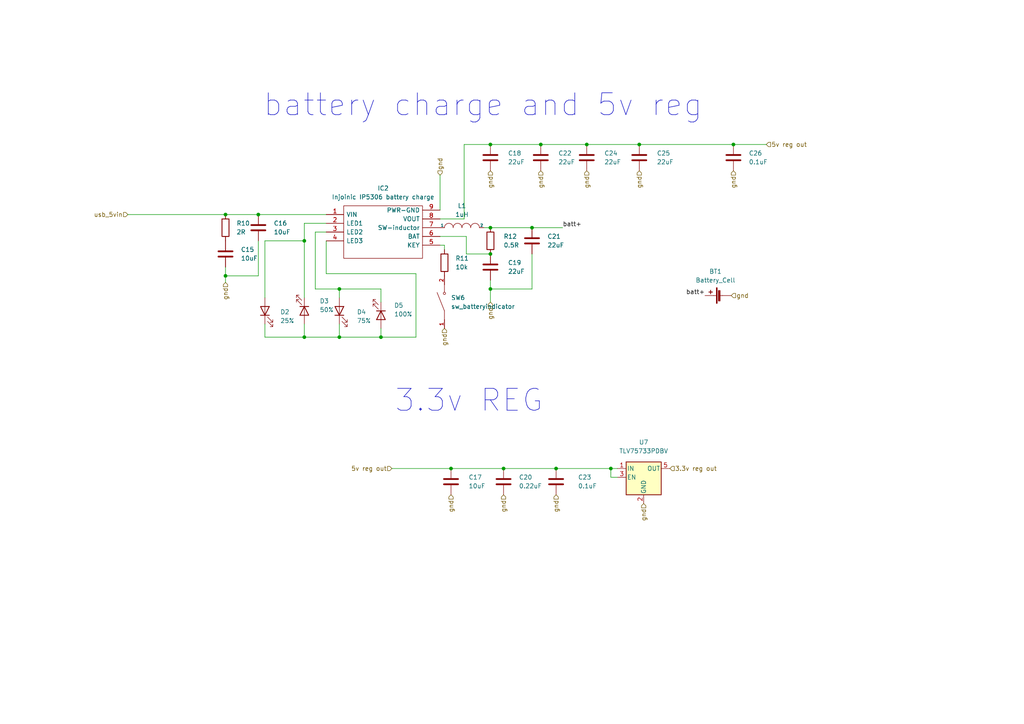
<source format=kicad_sch>
(kicad_sch (version 20211123) (generator eeschema)
  (paper "A4")
  (lib_symbols
    (symbol "Device:Battery_Cell" (pin_numbers hide) (pin_names (offset 0) hide)
      (property "Reference" "BT" (at 2.54 2.54 0))
      (property "Value" "Battery_Cell" (at 2.54 0 0))
      (symbol "Battery_Cell_0_1"
        (rectangle (start -2.286 1.778) (end 2.286 1.524) (fill (type outline)))
        (rectangle (start -1.5748 1.1938) (end 1.4732 0.6858) (fill (type outline)))
        (polyline (pts (xy 0 0.762) (xy 0 0)))
        (polyline (pts (xy 0 1.778) (xy 0 2.54)))
        (polyline (pts (xy 0.508 3.429) (xy 1.524 3.429)) (stroke (width 0.254)))
        (polyline (pts (xy 1.016 3.937) (xy 1.016 2.921)) (stroke (width 0.254)))
      )
      (symbol "Battery_Cell_1_1"
        (pin passive line (at 0 5.08 270) (length 2.54) (name "+") (number "1"))
        (pin passive line (at 0 -2.54 90) (length 2.54) (name "-") (number "2"))
      )
    )
    (symbol "Device:C" (pin_numbers hide) (pin_names (offset 0.254))
      (property "Reference" "C" (at 0.635 2.54 0))
      (property "Value" "C" (at 0.635 -2.54 0))
      (symbol "C_0_1"
        (polyline (pts (xy -2.032 -0.762) (xy 2.032 -0.762)) (stroke (width 0.508)))
        (polyline (pts (xy -2.032 0.762) (xy 2.032 0.762)) (stroke (width 0.508)))
      )
      (symbol "C_1_1"
        (pin passive line (at 0 3.81 270) (length 2.794) (name "~") (number "1"))
        (pin passive line (at 0 -3.81 90) (length 2.794) (name "~") (number "2"))
      )
    )
    (symbol "Device:LED" (pin_numbers hide) (pin_names (offset 1.016) hide)
      (property "Reference" "D" (at 0 2.54 0))
      (property "Value" "LED" (at 0 -2.54 0))
      (symbol "LED_0_1"
        (polyline (pts (xy -1.27 -1.27) (xy -1.27 1.27)) (stroke (width 0.254)))
        (polyline (pts (xy -1.27 0) (xy 1.27 0)))
        (polyline (pts (xy 1.27 -1.27) (xy 1.27 1.27) (xy -1.27 0) (xy 1.27 -1.27)) (stroke (width 0.254)))
        (polyline (pts (xy -3.048 -0.762) (xy -4.572 -2.286) (xy -3.81 -2.286) (xy -4.572 -2.286) (xy -4.572 -1.524)))
        (polyline (pts (xy -1.778 -0.762) (xy -3.302 -2.286) (xy -2.54 -2.286) (xy -3.302 -2.286) (xy -3.302 -1.524)))
      )
      (symbol "LED_1_1"
        (pin passive line (at -3.81 0 0) (length 2.54) (name "K") (number "1"))
        (pin passive line (at 3.81 0 180) (length 2.54) (name "A") (number "2"))
      )
    )
    (symbol "Device:R" (pin_numbers hide) (pin_names (offset 0))
      (property "Reference" "R" (at 2.032 0 90))
      (property "Value" "R" (at 0 0 90))
      (symbol "R_0_1"
        (rectangle (start -1.016 -2.54) (end 1.016 2.54) (stroke (width 0.254)))
      )
      (symbol "R_1_1"
        (pin passive line (at 0 3.81 270) (length 1.27) (name "~") (number "1"))
        (pin passive line (at 0 -3.81 90) (length 1.27) (name "~") (number "2"))
      )
    )
    (symbol "Regulator_Linear:TLV75733PDBV" (pin_names (offset 0.254))
      (property "Reference" "U" (at -3.81 5.715 0))
      (property "Value" "TLV75733PDBV" (at 0 5.715 0))
      (symbol "TLV75733PDBV_0_1"
        (rectangle (start -5.08 4.445) (end 5.08 -5.08) (stroke (width 0.254)) (fill (type background)))
      )
      (symbol "TLV75733PDBV_1_1"
        (pin power_in line (at -7.62 2.54 0) (length 2.54) (name "IN") (number "1"))
        (pin power_in line (at 0 -7.62 90) (length 2.54) (name "GND") (number "2"))
        (pin input line (at -7.62 0 0) (length 2.54) (name "EN") (number "3"))
        (pin no_connect line (at 5.08 0 180) (length 2.54) hide (name "NC") (number "4"))
        (pin power_out line (at 7.62 2.54 180) (length 2.54) (name "OUT") (number "5"))
      )
    )
    (symbol "clarinoid2:Injoinic IP5306 battery charge" (pin_names (offset 0.762))
      (property "Reference" "IC" (at -11.43 10.16 0))
      (property "Value" "Injoinic IP5306 battery charge" (at -11.43 7.62 0))
      (symbol "Injoinic IP5306 battery charge_0_0"
        (pin power_in line (at -16.51 3.81 0) (length 5.08) (name "VIN") (number "1"))
        (pin output line (at -16.51 1.27 0) (length 5.08) (name "LED1") (number "2"))
        (pin output line (at -16.51 -1.27 0) (length 5.08) (name "LED2") (number "3"))
        (pin passive line (at -16.51 -3.81 0) (length 5.08) (name "LED3") (number "4"))
        (pin passive line (at 16.51 -5.08 180) (length 5.08) (name "KEY") (number "5"))
        (pin passive line (at 16.51 -2.54 180) (length 5.08) (name "BAT") (number "6"))
        (pin passive line (at 16.51 0 180) (length 5.08) (name "SW-inductor") (number "7"))
        (pin power_out line (at 16.51 2.54 180) (length 5.08) (name "VOUT") (number "8"))
        (pin power_out line (at 16.51 5.08 180) (length 5.08) (name "PWR-GND") (number "9"))
      )
      (symbol "Injoinic IP5306 battery charge_0_1"
        (polyline (pts (xy -11.43 6.35) (xy 11.43 6.35) (xy 11.43 -8.89) (xy -11.43 -8.89) (xy -11.43 6.35)) (stroke (width 0.1524)))
      )
    )
    (symbol "clarinoid2:XKB tactile switch jlcpcb TS-1187A-B-A-B" (pin_names (offset 1.016) hide)
      (property "Reference" "S" (at -2.54 2.54 0))
      (property "Value" "XKB tactile switch jlcpcb TS-1187A-B-A-B" (at -2.54 -2.54 0))
      (symbol "XKB tactile switch jlcpcb TS-1187A-B-A-B_0_0"
        (polyline (pts (xy -2.54 0) (xy -5.08 0)) (stroke (width 0.1524)))
        (polyline (pts (xy -2.54 0) (xy 2.794 2.1336)) (stroke (width 0.1524)))
        (polyline (pts (xy 5.08 0) (xy 2.921 0)) (stroke (width 0.1524)))
        (circle (center 2.54 0) (radius 0.3302) (stroke (width 0.1524)))
        (pin passive line (at -7.62 0 0) (length 2.54) (name "~") (number "1"))
        (pin passive line (at 7.62 0 180) (length 2.54) (name "~") (number "2"))
      )
    )
    (symbol "pspice:INDUCTOR" (pin_numbers hide) (pin_names (offset 0))
      (property "Reference" "L" (at 0 2.54 0))
      (property "Value" "INDUCTOR" (at 0 -1.27 0))
      (symbol "INDUCTOR_0_1"
        (arc (start -2.54 0) (mid -3.81 1.27) (end -5.08 0))
        (arc (start 0 0) (mid -1.27 1.27) (end -2.54 0))
        (arc (start 2.54 0) (mid 1.27 1.27) (end 0 0))
        (arc (start 5.08 0) (mid 3.81 1.27) (end 2.54 0))
      )
      (symbol "INDUCTOR_1_1"
        (pin input line (at -6.35 0 0) (length 1.27) (name "1") (number "1"))
        (pin input line (at 6.35 0 180) (length 1.27) (name "2") (number "2"))
      )
    )
  )
  (junction (at 212.725 41.91))
  (junction (at 65.405 80.01))
  (junction (at 88.265 97.79))
  (junction (at 98.425 97.79))
  (junction (at 88.265 69.85))
  (junction (at 98.425 83.82))
  (junction (at 170.18 41.91))
  (junction (at 65.405 62.23))
  (junction (at 177.165 135.89))
  (junction (at 142.24 83.82))
  (junction (at 130.81 135.89))
  (junction (at 156.845 41.91))
  (junction (at 146.05 135.89))
  (junction (at 142.24 66.04))
  (junction (at 161.29 135.89))
  (junction (at 142.24 73.66))
  (junction (at 74.93 62.23))
  (junction (at 142.24 41.91))
  (junction (at 110.49 97.79))
  (junction (at 154.305 66.04))
  (junction (at 185.42 41.91))
  (wire (pts (xy 88.265 64.77) (xy 94.615 64.77)))
  (wire (pts (xy 154.305 66.04) (xy 163.195 66.04)))
  (wire (pts (xy 127.635 68.58) (xy 135.255 68.58)))
  (wire (pts (xy 91.44 83.82) (xy 98.425 83.82)))
  (wire (pts (xy 177.165 135.89) (xy 179.07 135.89)))
  (wire (pts (xy 127.635 50.8) (xy 127.635 60.96)))
  (wire (pts (xy 154.305 73.66) (xy 154.305 83.82)))
  (wire (pts (xy 140.335 66.04) (xy 142.24 66.04)))
  (wire (pts (xy 98.425 97.79) (xy 110.49 97.79)))
  (wire (pts (xy 212.725 41.91) (xy 222.25 41.91)))
  (wire (pts (xy 130.81 135.89) (xy 146.05 135.89)))
  (wire (pts (xy 94.615 67.31) (xy 91.44 67.31)))
  (wire (pts (xy 156.845 41.91) (xy 170.18 41.91)))
  (wire (pts (xy 76.835 69.85) (xy 88.265 69.85)))
  (wire (pts (xy 74.93 69.85) (xy 74.93 80.01)))
  (wire (pts (xy 76.835 86.36) (xy 76.835 69.85)))
  (wire (pts (xy 91.44 67.31) (xy 91.44 83.82)))
  (wire (pts (xy 88.265 93.98) (xy 88.265 97.79)))
  (wire (pts (xy 98.425 93.98) (xy 98.425 97.79)))
  (wire (pts (xy 179.07 138.43) (xy 177.165 138.43)))
  (wire (pts (xy 113.665 135.89) (xy 130.81 135.89)))
  (wire (pts (xy 110.49 97.79) (xy 120.65 97.79)))
  (wire (pts (xy 65.405 77.47) (xy 65.405 80.01)))
  (wire (pts (xy 146.05 135.89) (xy 161.29 135.89)))
  (wire (pts (xy 88.265 69.85) (xy 88.265 64.77)))
  (wire (pts (xy 110.49 87.63) (xy 110.49 83.82)))
  (wire (pts (xy 128.905 71.12) (xy 128.905 72.39)))
  (wire (pts (xy 142.24 41.91) (xy 156.845 41.91)))
  (wire (pts (xy 161.29 135.89) (xy 177.165 135.89)))
  (wire (pts (xy 88.265 86.36) (xy 88.265 69.85)))
  (wire (pts (xy 142.24 87.63) (xy 142.24 83.82)))
  (wire (pts (xy 142.24 41.91) (xy 134.62 41.91)))
  (wire (pts (xy 74.93 62.23) (xy 94.615 62.23)))
  (wire (pts (xy 142.24 83.82) (xy 154.305 83.82)))
  (wire (pts (xy 74.93 80.01) (xy 65.405 80.01)))
  (wire (pts (xy 134.62 41.91) (xy 134.62 63.5)))
  (wire (pts (xy 177.165 138.43) (xy 177.165 135.89)))
  (wire (pts (xy 65.405 80.01) (xy 65.405 81.915)))
  (wire (pts (xy 120.65 79.375) (xy 94.615 79.375)))
  (wire (pts (xy 37.084 62.23) (xy 65.405 62.23)))
  (wire (pts (xy 98.425 83.82) (xy 110.49 83.82)))
  (wire (pts (xy 110.49 95.25) (xy 110.49 97.79)))
  (wire (pts (xy 88.265 97.79) (xy 98.425 97.79)))
  (wire (pts (xy 94.615 79.375) (xy 94.615 69.85)))
  (wire (pts (xy 142.24 66.04) (xy 154.305 66.04)))
  (wire (pts (xy 120.65 97.79) (xy 120.65 79.375)))
  (wire (pts (xy 65.405 62.23) (xy 74.93 62.23)))
  (wire (pts (xy 135.255 68.58) (xy 135.255 73.66)))
  (wire (pts (xy 127.635 71.12) (xy 128.905 71.12)))
  (wire (pts (xy 134.62 63.5) (xy 127.635 63.5)))
  (wire (pts (xy 142.24 83.82) (xy 142.24 81.28)))
  (wire (pts (xy 170.18 41.91) (xy 185.42 41.91)))
  (wire (pts (xy 76.835 97.79) (xy 88.265 97.79)))
  (wire (pts (xy 185.42 41.91) (xy 212.725 41.91)))
  (wire (pts (xy 76.835 93.98) (xy 76.835 97.79)))
  (wire (pts (xy 135.255 73.66) (xy 142.24 73.66)))
  (wire (pts (xy 98.425 83.82) (xy 98.425 86.36)))
  (text "battery charge and 5v reg" (at 76.2 34.29 0) (effects (font (size 6.35 6.35)) (justify left bottom)))
  (text "3.3v REG" (at 114.3 120.015 0) (effects (font (size 6.35 6.35)) (justify left bottom)))
  (label "batt+" (at 204.47 85.725 180))
  (label "batt+" (at 163.195 66.04 0))
  (hierarchical_label "gnd" (shape input) (at 130.81 143.51 270))
  (hierarchical_label "gnd" (shape input) (at 185.42 49.53 270))
  (hierarchical_label "gnd" (shape input) (at 127.635 50.8 90))
  (hierarchical_label "gnd" (shape input) (at 186.69 146.05 270))
  (hierarchical_label "usb_5vin" (shape input) (at 37.084 62.23 180))
  (hierarchical_label "5v reg out" (shape input) (at 222.25 41.91 0))
  (hierarchical_label "gnd" (shape input) (at 142.24 49.53 270))
  (hierarchical_label "5v reg out" (shape input) (at 113.665 135.89 180))
  (hierarchical_label "gnd" (shape input) (at 128.905 95.25 270))
  (hierarchical_label "gnd" (shape input) (at 146.05 143.51 270))
  (hierarchical_label "gnd" (shape input) (at 212.09 85.725 0))
  (hierarchical_label "gnd" (shape input) (at 212.725 49.53 270))
  (hierarchical_label "gnd" (shape input) (at 156.845 49.53 270))
  (hierarchical_label "gnd" (shape input) (at 65.405 81.915 270))
  (hierarchical_label "3.3v reg out" (shape input) (at 194.31 135.89 0))
  (hierarchical_label "gnd" (shape input) (at 142.24 87.63 270))
  (hierarchical_label "gnd" (shape input) (at 161.29 143.51 270))
  (hierarchical_label "gnd" (shape input) (at 170.18 49.53 270))
  (symbol (lib_id "Device:C") (at 142.24 77.47 0) (unit 1)
    (property "Reference" "C19" (at 147.32 76.1999 0) (effects (justify left)))
    (property "Value" "22uF" (at 147.32 78.7399 0) (effects (justify left)))
    (property "Footprint" "Capacitor_SMD:C_0603_1608Metric" (effects hide))
    (property "LCSC part number" "C59461" (effects hide))
    (property "verif" "1" (effects hide))
  )
  (symbol (lib_id "Device:C") (at 130.81 139.7 0) (unit 1)
    (property "Reference" "C17" (at 135.89 138.4299 0) (effects (justify left)))
    (property "Value" "10uF" (at 135.89 140.9699 0) (effects (justify left)))
    (property "Footprint" "Capacitor_SMD:C_0402_1005Metric" (effects hide))
    (property "LCSC part number" "C15525" (effects hide))
    (property "verif" "1" (effects hide))
  )
  (symbol (lib_id "Device:R") (at 65.405 66.04 0) (unit 1)
    (property "Reference" "R10" (at 68.58 64.7699 0) (effects (justify left)))
    (property "Value" "2R" (at 68.58 67.3099 0) (effects (justify left)))
    (property "Footprint" "Resistor_SMD:R_0603_1608Metric" (effects hide))
    (property "LCSC part number" "C22977" (effects hide))
    (property "verif" "1" (effects hide))
  )
  (symbol (lib_id "Device:LED") (at 88.265 90.17 270) (unit 1)
    (property "Reference" "D3" (at 92.71 87.3124 90) (effects (justify left)))
    (property "Value" "50%" (at 92.71 89.8524 90) (effects (justify left)))
    (property "Footprint" "LED_SMD:LED_0402_1005Metric" (effects hide))
    (property "LCSC part number" "C264424" (effects hide))
    (property "verif" "1" (effects hide))
  )
  (symbol (lib_id "clarinoid2:XKB tactile switch jlcpcb TS-1187A-B-A-B") (at 128.905 87.63 90) (unit 1)
    (property "Reference" "SW6" (at 130.81 86.3599 90) (effects (justify right)))
    (property "Value" "sw_batteryindicator" (at 130.81 88.8999 90) (effects (justify right)))
    (property "LCSC part number" "C318884" (effects hide))
    (property "STANDARD" "Manufacturer Recommendations" (effects hide))
    (property "MANUFACTURER" "XKB Industrial Precision" (effects hide))
    (property "MAXIMUM_PACKAGE_HEIGHT" "1.5mm" (effects hide))
    (property "PARTREV" "A0" (effects hide))
    (property "verif" "1" (effects hide))
  )
  (symbol (lib_id "Device:C") (at 65.405 73.66 0) (unit 1)
    (property "Reference" "C15" (at 69.85 72.3899 0) (effects (justify left)))
    (property "Value" "10uF" (at 69.85 74.9299 0) (effects (justify left)))
    (property "Footprint" "Capacitor_SMD:C_0402_1005Metric" (effects hide))
    (property "LCSC part number" "C15525" (effects hide))
    (property "verif" "1" (effects hide))
  )
  (symbol (lib_id "Device:C") (at 185.42 45.72 0) (unit 1)
    (property "Reference" "C25" (at 190.5 44.4499 0) (effects (justify left)))
    (property "Value" "22uF" (at 190.5 46.9899 0) (effects (justify left)))
    (property "Footprint" "Capacitor_SMD:C_0603_1608Metric" (effects hide))
    (property "LCSC part number" "C59461" (effects hide))
    (property "verif" "1" (effects hide))
  )
  (symbol (lib_id "Device:LED") (at 98.425 90.17 90) (unit 1)
    (property "Reference" "D4" (at 103.505 90.4874 90) (effects (justify right)))
    (property "Value" "75%" (at 103.505 93.0274 90) (effects (justify right)))
    (property "Footprint" "LED_SMD:LED_0402_1005Metric" (effects hide))
    (property "LCSC part number" "C264424" (effects hide))
    (property "verif" "1" (effects hide))
  )
  (symbol (lib_id "Device:C") (at 156.845 45.72 0) (unit 1)
    (property "Reference" "C22" (at 161.925 44.4499 0) (effects (justify left)))
    (property "Value" "22uF" (at 161.925 46.9899 0) (effects (justify left)))
    (property "Footprint" "Capacitor_SMD:C_0603_1608Metric" (effects hide))
    (property "LCSC part number" "C59461" (effects hide))
    (property "verif" "1" (effects hide))
  )
  (symbol (lib_id "Device:C") (at 154.305 69.85 0) (unit 1)
    (property "Reference" "C21" (at 158.75 68.5799 0) (effects (justify left)))
    (property "Value" "22uF" (at 158.75 71.1199 0) (effects (justify left)))
    (property "Footprint" "Capacitor_SMD:C_0603_1608Metric" (effects hide))
    (property "LCSC part number" "C59461" (effects hide))
    (property "verif" "1" (effects hide))
  )
  (symbol (lib_id "Device:R") (at 142.24 69.85 0) (unit 1)
    (property "Reference" "R12" (at 146.05 68.5799 0) (effects (justify left)))
    (property "Value" "0.5R" (at 146.05 71.1199 0) (effects (justify left)))
    (property "Footprint" "Resistor_SMD:R_0402_1005Metric" (effects hide))
    (property "LCSC part number" "C880273" (effects hide))
    (property "verif" "1" (effects hide))
  )
  (symbol (lib_id "Device:C") (at 146.05 139.7 0) (unit 1)
    (property "Reference" "C20" (at 150.495 138.4299 0) (effects (justify left)))
    (property "Value" "0.22uF" (at 150.495 140.9699 0) (effects (justify left)))
    (property "Footprint" "Capacitor_SMD:C_0603_1608Metric" (effects hide))
    (property "LCSC part number" "C21120" (effects hide))
    (property "verif" "1" (effects hide))
  )
  (symbol (lib_id "Device:R") (at 128.905 76.2 0) (unit 1)
    (property "Reference" "R11" (at 132.08 74.9299 0) (effects (justify left)))
    (property "Value" "10k" (at 132.08 77.4699 0) (effects (justify left)))
    (property "Footprint" "Resistor_SMD:R_0402_1005Metric" (effects hide))
    (property "LCSC part number" "C25744" (effects hide))
    (property "verif" "1" (effects hide))
  )
  (symbol (lib_id "Regulator_Linear:TLV75733PDBV") (at 186.69 138.43 0) (unit 1)
    (property "Reference" "U7" (at 186.69 128.27 0))
    (property "Value" "TLV75733PDBV" (at 186.69 130.81 0))
    (property "Footprint" "Package_TO_SOT_SMD:SOT-23-5" (effects hide))
    (property "Datasheet" "https://www.ti.com/lit/ds/symlink/tlv757p.pdf" (effects hide))
    (property "LCSC part number" "C485517" (effects hide))
    (property "verif" "1" (effects hide))
  )
  (symbol (lib_id "Device:C") (at 212.725 45.72 0) (unit 1)
    (property "Reference" "C26" (at 217.17 44.4499 0) (effects (justify left)))
    (property "Value" "0.1uF" (at 217.17 46.9899 0) (effects (justify left)))
    (property "Footprint" "Capacitor_SMD:C_0402_1005Metric" (effects hide))
    (property "LCSC part number" "C1525" (effects hide))
    (property "verif" "1" (effects hide))
  )
  (symbol (lib_id "Device:C") (at 170.18 45.72 0) (unit 1)
    (property "Reference" "C24" (at 175.26 44.4499 0) (effects (justify left)))
    (property "Value" "22uF" (at 175.26 46.9899 0) (effects (justify left)))
    (property "Footprint" "Capacitor_SMD:C_0603_1608Metric" (effects hide))
    (property "LCSC part number" "C59461" (effects hide))
    (property "verif" "1" (effects hide))
  )
  (symbol (lib_id "clarinoid2:Injoinic IP5306 battery charge") (at 111.125 66.04 0) (unit 1)
    (property "Reference" "IC2" (at 111.125 54.61 0))
    (property "Value" "Injoinic IP5306 battery charge" (at 111.125 57.15 0))
    (property "Footprint" "SamacSys_Parts:SOIC127P599X155-9N" (effects hide))
    (property "Datasheet" "http://www.injoinic.com/wwwroot/uploads/files/20200221/0405f23c247a34d3990ae100c8b20a27.pdf" (effects hide))
    (property "LCSC part number" "C181692" (effects hide))
    (property "verif" "1" (effects hide))
  )
  (symbol (lib_id "pspice:INDUCTOR") (at 133.985 66.04 0) (unit 1)
    (property "Reference" "L1" (at 133.985 59.69 0))
    (property "Value" "1uH" (at 133.985 62.23 0))
    (property "Footprint" "clarinoid2:Inductor_MCS0630-1R0MN2" (effects hide))
    (property "LCSC part number" "C385251" (effects hide))
    (property "verif" "1" (effects hide))
  )
  (symbol (lib_id "Device:C") (at 142.24 45.72 0) (unit 1)
    (property "Reference" "C18" (at 147.32 44.4499 0) (effects (justify left)))
    (property "Value" "22uF" (at 147.32 46.9899 0) (effects (justify left)))
    (property "Footprint" "Capacitor_SMD:C_0603_1608Metric" (effects hide))
    (property "LCSC part number" "C59461" (effects hide))
    (property "verif" "1" (effects hide))
  )
  (symbol (lib_id "Device:LED") (at 110.49 91.44 270) (unit 1)
    (property "Reference" "D5" (at 114.3 88.5824 90) (effects (justify left)))
    (property "Value" "100%" (at 114.3 91.1224 90) (effects (justify left)))
    (property "Footprint" "LED_SMD:LED_0402_1005Metric" (effects hide))
    (property "LCSC part number" "C264424" (effects hide))
    (property "verif" "1" (effects hide))
  )
  (symbol (lib_id "Device:C") (at 74.93 66.04 0) (unit 1)
    (property "Reference" "C16" (at 79.375 64.7699 0) (effects (justify left)))
    (property "Value" "10uF" (at 79.375 67.3099 0) (effects (justify left)))
    (property "Footprint" "Capacitor_SMD:C_0402_1005Metric" (effects hide))
    (property "LCSC part number" "C15525" (effects hide))
    (property "verif" "1" (effects hide))
  )
  (symbol (lib_id "Device:Battery_Cell") (at 209.55 85.725 90) (unit 1) (in_bom no)
    (property "Reference" "BT1" (at 207.518 78.74 90))
    (property "Value" "Battery_Cell" (at 207.518 81.28 90))
    (property "Footprint" "Battery:BatteryHolder_Keystone_1042_1x18650" (effects hide))
    (property "LCSC part number" "-" (effects hide))
    (property "verif" "1" (effects hide))
  )
  (symbol (lib_id "Device:C") (at 161.29 139.7 0) (unit 1)
    (property "Reference" "C23" (at 167.64 138.4299 0) (effects (justify left)))
    (property "Value" "0.1uF" (at 167.64 140.9699 0) (effects (justify left)))
    (property "Footprint" "Capacitor_SMD:C_0603_1608Metric" (effects hide))
    (property "LCSC part number" "C14663" (effects hide))
    (property "verif" "1" (effects hide))
  )
  (symbol (lib_id "Device:LED") (at 76.835 90.17 90) (unit 1)
    (property "Reference" "D2" (at 81.28 90.4874 90) (effects (justify right)))
    (property "Value" "25%" (at 81.28 93.0274 90) (effects (justify right)))
    (property "Footprint" "LED_SMD:LED_0402_1005Metric" (effects hide))
    (property "LCSC part number" "C264424" (effects hide))
    (property "verif" "1" (effects hide))
  )
)
</source>
